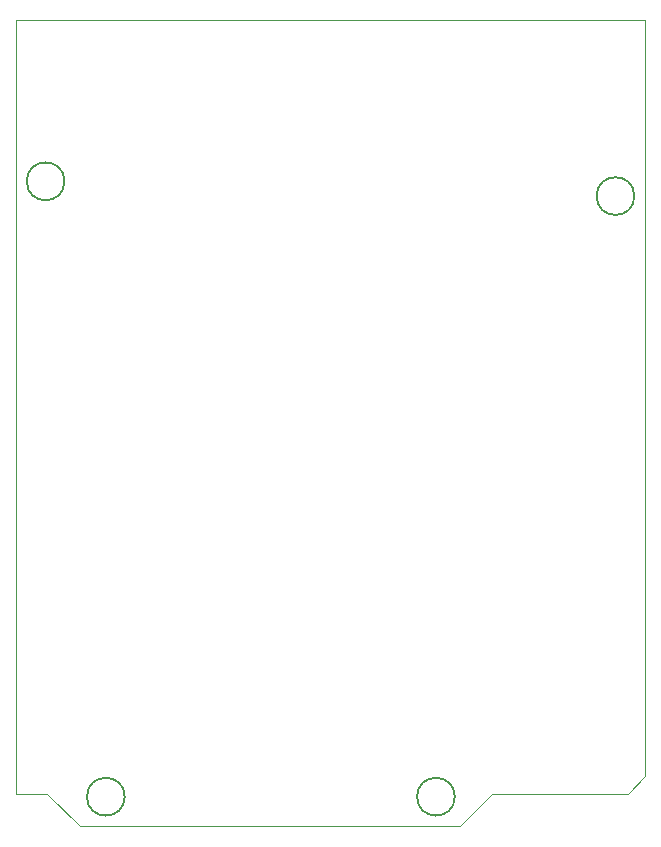
<source format=gbr>
%TF.GenerationSoftware,KiCad,Pcbnew,(6.0.8)*%
%TF.CreationDate,2022-12-17T17:30:56+01:00*%
%TF.ProjectId,anac_2040,616e6163-5f32-4303-9430-2e6b69636164,rev?*%
%TF.SameCoordinates,Original*%
%TF.FileFunction,Profile,NP*%
%FSLAX46Y46*%
G04 Gerber Fmt 4.6, Leading zero omitted, Abs format (unit mm)*
G04 Created by KiCad (PCBNEW (6.0.8)) date 2022-12-17 17:30:56*
%MOMM*%
%LPD*%
G01*
G04 APERTURE LIST*
%TA.AperFunction,Profile*%
%ADD10C,0.200000*%
%TD*%
%TA.AperFunction,Profile*%
%ADD11C,0.100000*%
%TD*%
G04 APERTURE END LIST*
D10*
X165500000Y-120450000D02*
G75*
G03*
X165500000Y-120450000I-1600000J0D01*
G01*
X132450000Y-68350000D02*
G75*
G03*
X132450000Y-68350000I-1600000J0D01*
G01*
D11*
X181624000Y-54701000D02*
X128374000Y-54701000D01*
D10*
X137550000Y-120450000D02*
G75*
G03*
X137550000Y-120450000I-1600000J0D01*
G01*
X180700000Y-69600000D02*
G75*
G03*
X180700000Y-69600000I-1600000J0D01*
G01*
D11*
X131000000Y-120201000D02*
X133724000Y-122951000D01*
X180124000Y-120201000D02*
X181624000Y-118700000D01*
X181624000Y-118700000D02*
X181624000Y-54701000D01*
X168624000Y-120201000D02*
X180124000Y-120201000D01*
X133724000Y-122951000D02*
X165924000Y-122951000D01*
X128374000Y-120201000D02*
X131000000Y-120201000D01*
X165924000Y-122951000D02*
X168624000Y-120201000D01*
X128374000Y-54701000D02*
X128374000Y-120201000D01*
M02*

</source>
